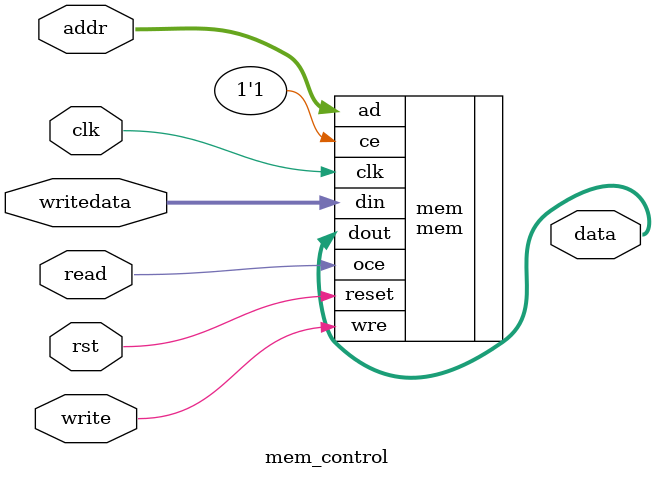
<source format=v>

module mem_control(write, read, clk, writedata, data, addr, rst);

input [7:0] writedata;
input [3:0] addr;
input write, read, clk, rst;

output [7:0] data;

//--------Copy here to design--------

mem mem(
    .dout(data), //output [7:0] dout
    .clk(clk), //input clk
    .oce(read), //input oce
    .ce(1'b1), //input ce
    .reset(rst), //input reset
    .wre(write), //input wre
    .ad(addr), //input [1:0] ad
    .din(writedata) //input [7:0] din
);
//--------Copy end-------------------
endmodule

</source>
